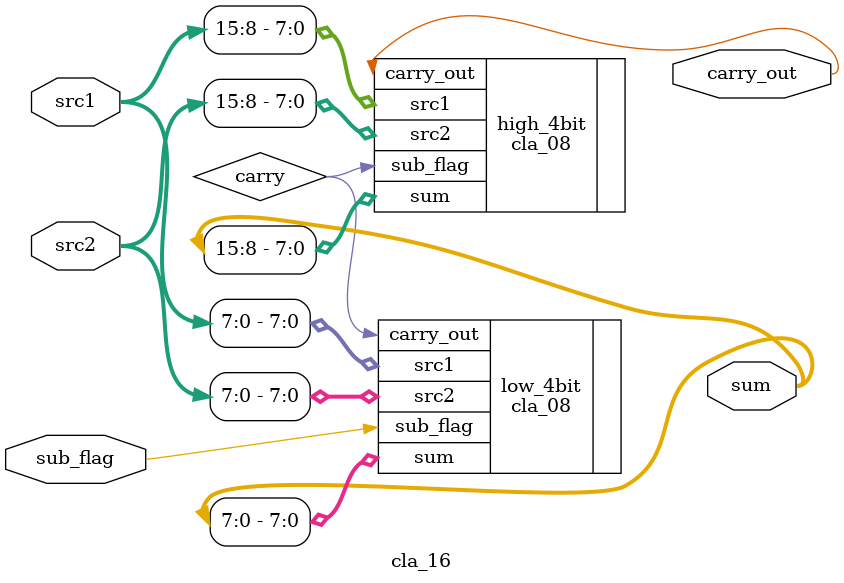
<source format=v>
module cla_16(
    input [15:0] src1,
    input [15:0] src2,
    input sub_flag,
    output [15:0] sum,
    output carry_out
);

    wire carry;

    cla_08 low_4bit(
        .src1       (src1[7:0]),
        .src2       (src2[7:0]),
        .sub_flag   (sub_flag),
        .sum        (sum[7:0]),
        .carry_out  (carry)
    );

    cla_08 high_4bit(
        .src1       (src1[15:8]),
        .src2       (src2[15:8]),
        .sub_flag   (carry),
        .sum        (sum[15:8]),
        .carry_out  (carry_out)
    );
endmodule
</source>
